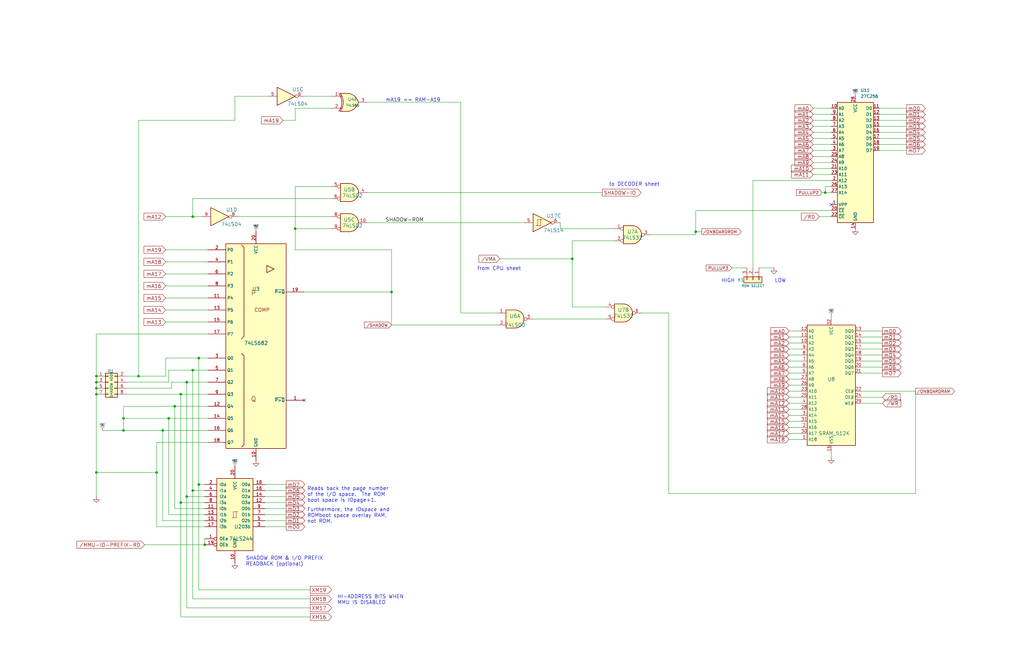
<source format=kicad_sch>
(kicad_sch (version 20250114) (generator "eeschema") (generator_version "9.0")
  (paper "B")
  (title_block (title "6502PC") (date "2025-10-05") (rev "001") (comment 1 "https://github.com/danwerner21/6502PC") (comment 2 "Based on work by Andrew Lynch and John Coffman"))
  (lib_symbols
    (symbol "74xx:74LS00" (pin_names (offset 1.016))
      (property "Reference" "U" (at 0 1.27 0))
      (property "Value" "74LS00" (at 0 -1.27 0))
      (symbol "74LS00_1_1"
        (pin input line (at -7.62 2.54 0) (length 3.81) (name "~") (number "1"))
        (pin input line (at -7.62 -2.54 0) (length 3.81) (name "~") (number "2"))
        (pin output inverted (at 7.62 0 180) (length 3.81) (name "~") (number "3"))
      )
      (symbol "74LS00_1_2"
        (pin input inverted (at -7.62 2.54 0) (length 4.318) (name "~") (number "1"))
        (pin input inverted (at -7.62 -2.54 0) (length 4.318) (name "~") (number "2"))
        (pin output line (at 7.62 0 180) (length 3.81) (name "~") (number "3"))
      )
      (symbol "74LS00_2_1"
        (pin input line (at -7.62 2.54 0) (length 3.81) (name "~") (number "4"))
        (pin input line (at -7.62 -2.54 0) (length 3.81) (name "~") (number "5"))
        (pin output inverted (at 7.62 0 180) (length 3.81) (name "~") (number "6"))
      )
      (symbol "74LS00_2_2"
        (pin input inverted (at -7.62 2.54 0) (length 4.318) (name "~") (number "4"))
        (pin input inverted (at -7.62 -2.54 0) (length 4.318) (name "~") (number "5"))
        (pin output line (at 7.62 0 180) (length 3.81) (name "~") (number "6"))
      )
      (symbol "74LS00_3_1"
        (pin input line (at -7.62 2.54 0) (length 3.81) (name "~") (number "9"))
        (pin input line (at -7.62 -2.54 0) (length 3.81) (name "~") (number "10"))
        (pin output inverted (at 7.62 0 180) (length 3.81) (name "~") (number "8"))
      )
      (symbol "74LS00_3_2"
        (pin input inverted (at -7.62 2.54 0) (length 4.318) (name "~") (number "9"))
        (pin input inverted (at -7.62 -2.54 0) (length 4.318) (name "~") (number "10"))
        (pin output line (at 7.62 0 180) (length 3.81) (name "~") (number "8"))
      )
      (symbol "74LS00_4_1"
        (pin input line (at -7.62 2.54 0) (length 3.81) (name "~") (number "12"))
        (pin input line (at -7.62 -2.54 0) (length 3.81) (name "~") (number "13"))
        (pin output inverted (at 7.62 0 180) (length 3.81) (name "~") (number "11"))
      )
      (symbol "74LS00_4_2"
        (pin input inverted (at -7.62 2.54 0) (length 4.318) (name "~") (number "12"))
        (pin input inverted (at -7.62 -2.54 0) (length 4.318) (name "~") (number "13"))
        (pin output line (at 7.62 0 180) (length 3.81) (name "~") (number "11"))
      )
      (symbol "74LS00_5_0"
        (pin power_in line (at 0 12.7 270) (length 5.08) (name "VCC") (number "14"))
        (pin power_in line (at 0 -12.7 90) (length 5.08) (name "GND") (number "7"))
      )
    )
    (symbol "74xx:74LS02" (pin_names (offset 1.016))
      (property "Reference" "U" (at 0 1.27 0))
      (property "Value" "74LS02" (at 0 -1.27 0))
      (symbol "74LS02_1_1"
        (pin input line (at -7.62 2.54 0) (length 4.318) (name "~") (number "2"))
        (pin input line (at -7.62 -2.54 0) (length 4.318) (name "~") (number "3"))
        (pin output inverted (at 7.62 0 180) (length 3.81) (name "~") (number "1"))
      )
      (symbol "74LS02_1_2"
        (pin input inverted (at -7.62 2.54 0) (length 3.81) (name "~") (number "2"))
        (pin input inverted (at -7.62 -2.54 0) (length 3.81) (name "~") (number "3"))
        (pin output line (at 7.62 0 180) (length 3.81) (name "~") (number "1"))
      )
      (symbol "74LS02_2_1"
        (pin input line (at -7.62 2.54 0) (length 4.318) (name "~") (number "5"))
        (pin input line (at -7.62 -2.54 0) (length 4.318) (name "~") (number "6"))
        (pin output inverted (at 7.62 0 180) (length 3.81) (name "~") (number "4"))
      )
      (symbol "74LS02_2_2"
        (pin input inverted (at -7.62 2.54 0) (length 3.81) (name "~") (number "5"))
        (pin input inverted (at -7.62 -2.54 0) (length 3.81) (name "~") (number "6"))
        (pin output line (at 7.62 0 180) (length 3.81) (name "~") (number "4"))
      )
      (symbol "74LS02_3_1"
        (pin input line (at -7.62 2.54 0) (length 4.318) (name "~") (number "8"))
        (pin input line (at -7.62 -2.54 0) (length 4.318) (name "~") (number "9"))
        (pin output inverted (at 7.62 0 180) (length 3.81) (name "~") (number "10"))
      )
      (symbol "74LS02_3_2"
        (pin input inverted (at -7.62 2.54 0) (length 3.81) (name "~") (number "8"))
        (pin input inverted (at -7.62 -2.54 0) (length 3.81) (name "~") (number "9"))
        (pin output line (at 7.62 0 180) (length 3.81) (name "~") (number "10"))
      )
      (symbol "74LS02_4_1"
        (pin input line (at -7.62 2.54 0) (length 4.318) (name "~") (number "11"))
        (pin input line (at -7.62 -2.54 0) (length 4.318) (name "~") (number "12"))
        (pin output inverted (at 7.62 0 180) (length 3.81) (name "~") (number "13"))
      )
      (symbol "74LS02_4_2"
        (pin input inverted (at -7.62 2.54 0) (length 3.81) (name "~") (number "11"))
        (pin input inverted (at -7.62 -2.54 0) (length 3.81) (name "~") (number "12"))
        (pin output line (at 7.62 0 180) (length 3.81) (name "~") (number "13"))
      )
      (symbol "74LS02_5_0"
        (pin power_in line (at 0 12.7 270) (length 5.08) (name "VCC") (number "14"))
        (pin power_in line (at 0 -12.7 90) (length 5.08) (name "GND") (number "7"))
      )
    )
    (symbol "74xx:74LS04"
      (property "Reference" "U" (at 0 1.27 0))
      (property "Value" "74LS04" (at 0 -1.27 0))
      (symbol "74LS04_1_0"
        (pin input line (at -7.62 0 0) (length 3.81) (name "~") (number "1"))
        (pin output inverted (at 7.62 0 180) (length 3.81) (name "~") (number "2"))
      )
      (symbol "74LS04_2_0"
        (pin input line (at -7.62 0 0) (length 3.81) (name "~") (number "3"))
        (pin output inverted (at 7.62 0 180) (length 3.81) (name "~") (number "4"))
      )
      (symbol "74LS04_3_0"
        (pin input line (at -7.62 0 0) (length 3.81) (name "~") (number "5"))
        (pin output inverted (at 7.62 0 180) (length 3.81) (name "~") (number "6"))
      )
      (symbol "74LS04_4_0"
        (pin input line (at -7.62 0 0) (length 3.81) (name "~") (number "9"))
        (pin output inverted (at 7.62 0 180) (length 3.81) (name "~") (number "8"))
      )
      (symbol "74LS04_5_0"
        (pin input line (at -7.62 0 0) (length 3.81) (name "~") (number "11"))
        (pin output inverted (at 7.62 0 180) (length 3.81) (name "~") (number "10"))
      )
      (symbol "74LS04_6_0"
        (pin input line (at -7.62 0 0) (length 3.81) (name "~") (number "13"))
        (pin output inverted (at 7.62 0 180) (length 3.81) (name "~") (number "12"))
      )
      (symbol "74LS04_7_0"
        (pin power_in line (at 0 12.7 270) (length 5.08) (name "VCC") (number "14"))
        (pin power_in line (at 0 -12.7 90) (length 5.08) (name "GND") (number "7"))
      )
    )
    (symbol "74xx:74LS14" (pin_names (offset 1.016))
      (property "Reference" "U" (at 0 1.27 0))
      (property "Value" "74LS14" (at 0 -1.27 0))
      (symbol "74LS14_1_0"
        (pin input line (at -7.62 0 0) (length 3.81) (name "~") (number "1"))
        (pin output inverted (at 7.62 0 180) (length 3.81) (name "~") (number "2"))
      )
      (symbol "74LS14_2_0"
        (pin input line (at -7.62 0 0) (length 3.81) (name "~") (number "3"))
        (pin output inverted (at 7.62 0 180) (length 3.81) (name "~") (number "4"))
      )
      (symbol "74LS14_3_0"
        (pin input line (at -7.62 0 0) (length 3.81) (name "~") (number "5"))
        (pin output inverted (at 7.62 0 180) (length 3.81) (name "~") (number "6"))
      )
      (symbol "74LS14_4_0"
        (pin input line (at -7.62 0 0) (length 3.81) (name "~") (number "9"))
        (pin output inverted (at 7.62 0 180) (length 3.81) (name "~") (number "8"))
      )
      (symbol "74LS14_5_0"
        (pin input line (at -7.62 0 0) (length 3.81) (name "~") (number "11"))
        (pin output inverted (at 7.62 0 180) (length 3.81) (name "~") (number "10"))
      )
      (symbol "74LS14_6_0"
        (pin input line (at -7.62 0 0) (length 3.81) (name "~") (number "13"))
        (pin output inverted (at 7.62 0 180) (length 3.81) (name "~") (number "12"))
      )
      (symbol "74LS14_7_0"
        (pin power_in line (at 0 12.7 270) (length 5.08) (name "VCC") (number "14"))
        (pin power_in line (at 0 -12.7 90) (length 5.08) (name "GND") (number "7"))
      )
    )
    (symbol "74xx:74LS244" (pin_names (offset 1.016))
      (property "Reference" "U" (at -7.62 16.51 0))
      (property "Value" "74LS244" (at -7.62 -16.51 0))
      (symbol "74LS244_1_0"
        (pin input line (at -12.7 12.7 0) (length 5.08) (name "I0a") (number "2"))
        (pin input line (at -12.7 10.16 0) (length 5.08) (name "I1a") (number "4"))
        (pin input line (at -12.7 7.62 0) (length 5.08) (name "I2a") (number "6"))
        (pin input line (at -12.7 5.08 0) (length 5.08) (name "I3a") (number "8"))
        (pin input line (at -12.7 2.54 0) (length 5.08) (name "I0b") (number "11"))
        (pin input line (at -12.7 0 0) (length 5.08) (name "I1b") (number "13"))
        (pin input line (at -12.7 -2.54 0) (length 5.08) (name "I2b") (number "15"))
        (pin input line (at -12.7 -5.08 0) (length 5.08) (name "I3b") (number "17"))
        (pin input inverted (at -12.7 -10.16 0) (length 5.08) (name "OEa") (number "1"))
        (pin input inverted (at -12.7 -12.7 0) (length 5.08) (name "OEb") (number "19"))
        (pin power_in line (at 0 20.32 270) (length 5.08) (name "VCC") (number "20"))
        (pin power_in line (at 0 -20.32 90) (length 5.08) (name "GND") (number "10"))
        (pin tri_state line (at 12.7 12.7 180) (length 5.08) (name "O0a") (number "18"))
        (pin tri_state line (at 12.7 10.16 180) (length 5.08) (name "O1a") (number "16"))
        (pin tri_state line (at 12.7 7.62 180) (length 5.08) (name "O2a") (number "14"))
        (pin tri_state line (at 12.7 5.08 180) (length 5.08) (name "O3a") (number "12"))
        (pin tri_state line (at 12.7 2.54 180) (length 5.08) (name "O0b") (number "9"))
        (pin tri_state line (at 12.7 0 180) (length 5.08) (name "O1b") (number "7"))
        (pin tri_state line (at 12.7 -2.54 180) (length 5.08) (name "O2b") (number "5"))
        (pin tri_state line (at 12.7 -5.08 180) (length 5.08) (name "O3b") (number "3"))
      )
    )
    (symbol "74xx:74LS32" (pin_names (offset 1.016))
      (property "Reference" "U" (at 0 1.27 0))
      (property "Value" "74LS32" (at 0 -1.27 0))
      (symbol "74LS32_1_1"
        (pin input line (at -7.62 2.54 0) (length 4.318) (name "~") (number "1"))
        (pin input line (at -7.62 -2.54 0) (length 4.318) (name "~") (number "2"))
        (pin output line (at 7.62 0 180) (length 3.81) (name "~") (number "3"))
      )
      (symbol "74LS32_1_2"
        (pin input inverted (at -7.62 2.54 0) (length 3.81) (name "~") (number "1"))
        (pin input inverted (at -7.62 -2.54 0) (length 3.81) (name "~") (number "2"))
        (pin output inverted (at 7.62 0 180) (length 3.81) (name "~") (number "3"))
      )
      (symbol "74LS32_2_1"
        (pin input line (at -7.62 2.54 0) (length 4.318) (name "~") (number "4"))
        (pin input line (at -7.62 -2.54 0) (length 4.318) (name "~") (number "5"))
        (pin output line (at 7.62 0 180) (length 3.81) (name "~") (number "6"))
      )
      (symbol "74LS32_2_2"
        (pin input inverted (at -7.62 2.54 0) (length 3.81) (name "~") (number "4"))
        (pin input inverted (at -7.62 -2.54 0) (length 3.81) (name "~") (number "5"))
        (pin output inverted (at 7.62 0 180) (length 3.81) (name "~") (number "6"))
      )
      (symbol "74LS32_3_1"
        (pin input line (at -7.62 2.54 0) (length 4.318) (name "~") (number "9"))
        (pin input line (at -7.62 -2.54 0) (length 4.318) (name "~") (number "10"))
        (pin output line (at 7.62 0 180) (length 3.81) (name "~") (number "8"))
      )
      (symbol "74LS32_3_2"
        (pin input inverted (at -7.62 2.54 0) (length 3.81) (name "~") (number "9"))
        (pin input inverted (at -7.62 -2.54 0) (length 3.81) (name "~") (number "10"))
        (pin output inverted (at 7.62 0 180) (length 3.81) (name "~") (number "8"))
      )
      (symbol "74LS32_4_1"
        (pin input line (at -7.62 2.54 0) (length 4.318) (name "~") (number "12"))
        (pin input line (at -7.62 -2.54 0) (length 4.318) (name "~") (number "13"))
        (pin output line (at 7.62 0 180) (length 3.81) (name "~") (number "11"))
      )
      (symbol "74LS32_4_2"
        (pin input inverted (at -7.62 2.54 0) (length 3.81) (name "~") (number "12"))
        (pin input inverted (at -7.62 -2.54 0) (length 3.81) (name "~") (number "13"))
        (pin output inverted (at 7.62 0 180) (length 3.81) (name "~") (number "11"))
      )
      (symbol "74LS32_5_0"
        (pin power_in line (at 0 12.7 270) (length 5.08) (name "VCC") (number "14"))
        (pin power_in line (at 0 -12.7 90) (length 5.08) (name "GND") (number "7"))
      )
    )
    (symbol "74xx:74LS86" (pin_names (offset 1.016))
      (property "Reference" "U" (at 0 1.27 0))
      (property "Value" "74LS86" (at 0 -1.27 0))
      (symbol "74LS86_1_0"
        (pin input line (at -7.62 2.54 0) (length 4.445) (name "~") (number "1"))
        (pin input line (at -7.62 -2.54 0) (length 4.445) (name "~") (number "2"))
        (pin output line (at 7.62 0 180) (length 3.81) (name "~") (number "3"))
      )
      (symbol "74LS86_2_0"
        (pin input line (at -7.62 2.54 0) (length 4.445) (name "~") (number "4"))
        (pin input line (at -7.62 -2.54 0) (length 4.445) (name "~") (number "5"))
        (pin output line (at 7.62 0 180) (length 3.81) (name "~") (number "6"))
      )
      (symbol "74LS86_3_0"
        (pin input line (at -7.62 2.54 0) (length 4.445) (name "~") (number "9"))
        (pin input line (at -7.62 -2.54 0) (length 4.445) (name "~") (number "10"))
        (pin output line (at 7.62 0 180) (length 3.81) (name "~") (number "8"))
      )
      (symbol "74LS86_4_0"
        (pin input line (at -7.62 2.54 0) (length 4.445) (name "~") (number "12"))
        (pin input line (at -7.62 -2.54 0) (length 4.445) (name "~") (number "13"))
        (pin output line (at 7.62 0 180) (length 3.81) (name "~") (number "11"))
      )
      (symbol "74LS86_5_0"
        (pin power_in line (at 0 12.7 270) (length 5.08) (name "VCC") (number "14"))
        (pin power_in line (at 0 -12.7 90) (length 5.08) (name "GND") (number "7"))
      )
    )
    (symbol "74xx_IEEE:74LS682"
      (property "Reference" "U" (at 15.24 45.72 0))
      (property "Value" "74LS682" (at 20.32 -45.72 0))
      (symbol "74LS682_0_0"
        (text "P" (at -1.016 22.352 0) (effects (font (size 2.032 2.032))))
        (text "Q" (at -1.016 -22.352 0) (effects (font (size 2.032 2.032))))
        (text "COMP" (at 2.54 15.24 0) (effects (font (size 1.524 1.524))))
      )
      (symbol "74LS682_0_1"
        (pin power_in line (at 0 -48.26 90) (length 5.08) (name "GND") (number "10"))
      )
      (symbol "74LS682_1_1"
        (pin input line (at -20.32 40.64 0) (length 7.62) (name "P0") (number "2"))
        (pin input line (at -20.32 35.56 0) (length 7.62) (name "P1") (number "4"))
        (pin input line (at -20.32 30.48 0) (length 7.62) (name "P2") (number "6"))
        (pin input line (at -20.32 25.4 0) (length 7.62) (name "P3") (number "8"))
        (pin input line (at -20.32 20.32 0) (length 7.62) (name "P4") (number "11"))
        (pin input line (at -20.32 15.24 0) (length 7.62) (name "P5") (number "13"))
        (pin input line (at -20.32 10.16 0) (length 7.62) (name "P6") (number "15"))
        (pin input line (at -20.32 5.08 0) (length 7.62) (name "P7") (number "17"))
        (pin input line (at -20.32 -5.08 0) (length 7.62) (name "Q0") (number "3"))
        (pin input line (at -20.32 -10.16 0) (length 7.62) (name "Q1") (number "5"))
        (pin input line (at -20.32 -15.24 0) (length 7.62) (name "Q2") (number "7"))
        (pin input line (at -20.32 -20.32 0) (length 7.62) (name "Q3") (number "9"))
        (pin input line (at -20.32 -25.4 0) (length 7.62) (name "Q4") (number "12"))
        (pin input line (at -20.32 -30.48 0) (length 7.62) (name "Q5") (number "14"))
        (pin input line (at -20.32 -35.56 0) (length 7.62) (name "Q6") (number "16"))
        (pin input line (at -20.32 -40.64 0) (length 7.62) (name "Q7") (number "18"))
        (pin power_in line (at 0 48.26 270) (length 5.08) (name "VCC") (number "20"))
        (pin output line (at 20.32 22.86 180) (length 7.62) (name "~{P=Q}") (number "19"))
        (pin output line (at 20.32 -22.86 180) (length 7.62) (name "~{P>Q}") (number "1"))
      )
    )
    (symbol "Connector_Generic:Conn_01x03" (pin_names (offset 1.016) (hide yes))
      (property "Reference" "J" (at 0 5.08 0))
      (property "Value" "Conn_01x03" (at 0 -5.08 0))
      (symbol "Conn_01x03_1_1"
        (pin passive line (at -5.08 2.54 0) (length 3.81) (name "Pin_1") (number "1"))
        (pin passive line (at -5.08 0 0) (length 3.81) (name "Pin_2") (number "2"))
        (pin passive line (at -5.08 -2.54 0) (length 3.81) (name "Pin_3") (number "3"))
      )
    )
    (symbol "Connector_Generic:Conn_02x04_Odd_Even" (pin_names (offset 1.016) (hide yes))
      (property "Reference" "J" (at 1.27 5.08 0))
      (property "Value" "Conn_02x04_Odd_Even" (at 1.27 -7.62 0))
      (symbol "Conn_02x04_Odd_Even_1_1"
        (pin passive line (at -5.08 2.54 0) (length 3.81) (name "Pin_1") (number "1"))
        (pin passive line (at -5.08 0 0) (length 3.81) (name "Pin_3") (number "3"))
        (pin passive line (at -5.08 -2.54 0) (length 3.81) (name "Pin_5") (number "5"))
        (pin passive line (at -5.08 -5.08 0) (length 3.81) (name "Pin_7") (number "7"))
        (pin passive line (at 7.62 2.54 180) (length 3.81) (name "Pin_2") (number "2"))
        (pin passive line (at 7.62 0 180) (length 3.81) (name "Pin_4") (number "4"))
        (pin passive line (at 7.62 -2.54 180) (length 3.81) (name "Pin_6") (number "6"))
        (pin passive line (at 7.62 -5.08 180) (length 3.81) (name "Pin_8") (number "8"))
      )
    )
    (symbol "Memory_EPROM:27C256"
      (property "Reference" "U" (at -7.62 26.67 0))
      (property "Value" "27C256" (at 2.54 -26.67 0))
      (symbol "27C256_1_1"
        (pin input line (at -10.16 22.86 0) (length 2.54) (name "A0") (number "10"))
        (pin input line (at -10.16 20.32 0) (length 2.54) (name "A1") (number "9"))
        (pin input line (at -10.16 17.78 0) (length 2.54) (name "A2") (number "8"))
        (pin input line (at -10.16 15.24 0) (length 2.54) (name "A3") (number "7"))
        (pin input line (at -10.16 12.7 0) (length 2.54) (name "A4") (number "6"))
        (pin input line (at -10.16 10.16 0) (length 2.54) (name "A5") (number "5"))
        (pin input line (at -10.16 7.62 0) (length 2.54) (name "A6") (number "4"))
        (pin input line (at -10.16 5.08 0) (length 2.54) (name "A7") (number "3"))
        (pin input line (at -10.16 2.54 0) (length 2.54) (name "A8") (number "25"))
        (pin input line (at -10.16 0 0) (length 2.54) (name "A9") (number "24"))
        (pin input line (at -10.16 -2.54 0) (length 2.54) (name "A10") (number "21"))
        (pin input line (at -10.16 -5.08 0) (length 2.54) (name "A11") (number "23"))
        (pin input line (at -10.16 -7.62 0) (length 2.54) (name "A12") (number "2"))
        (pin input line (at -10.16 -10.16 0) (length 2.54) (name "A13") (number "26"))
        (pin input line (at -10.16 -12.7 0) (length 2.54) (name "A14") (number "27"))
        (pin input line (at -10.16 -17.78 0) (length 2.54) (name "VPP") (number "1"))
        (pin input line (at -10.16 -20.32 0) (length 2.54) (name "~{CE}") (number "20"))
        (pin input line (at -10.16 -22.86 0) (length 2.54) (name "~{OE}") (number "22"))
        (pin power_in line (at 0 27.94 270) (length 2.54) (name "VCC") (number "28"))
        (pin power_in line (at 0 -27.94 90) (length 2.54) (name "GND") (number "14"))
        (pin tri_state line (at 10.16 22.86 180) (length 2.54) (name "D0") (number "11"))
        (pin tri_state line (at 10.16 20.32 180) (length 2.54) (name "D1") (number "12"))
        (pin tri_state line (at 10.16 17.78 180) (length 2.54) (name "D2") (number "13"))
        (pin tri_state line (at 10.16 15.24 180) (length 2.54) (name "D3") (number "15"))
        (pin tri_state line (at 10.16 12.7 180) (length 2.54) (name "D4") (number "16"))
        (pin tri_state line (at 10.16 10.16 180) (length 2.54) (name "D5") (number "17"))
        (pin tri_state line (at 10.16 7.62 180) (length 2.54) (name "D6") (number "18"))
        (pin tri_state line (at 10.16 5.08 180) (length 2.54) (name "D7") (number "19"))
      )
    )
    (symbol "Memory_RAM:AS6C4008-55PCN"
      (property "Reference" "U" (at -10.16 26.035 0))
      (property "Value" "AS6C4008-55PCN" (at 2.54 26.035 0))
      (symbol "AS6C4008-55PCN_0_0"
        (pin power_in line (at 0 27.94 270) (length 2.54) (name "VCC") (number "32"))
        (pin power_in line (at 0 -27.94 90) (length 2.54) (name "VSS") (number "16"))
      )
      (symbol "AS6C4008-55PCN_1_1"
        (pin input line (at -12.7 22.86 0) (length 2.54) (name "A0") (number "12"))
        (pin input line (at -12.7 20.32 0) (length 2.54) (name "A1") (number "11"))
        (pin input line (at -12.7 17.78 0) (length 2.54) (name "A2") (number "10"))
        (pin input line (at -12.7 15.24 0) (length 2.54) (name "A3") (number "9"))
        (pin input line (at -12.7 12.7 0) (length 2.54) (name "A4") (number "8"))
        (pin input line (at -12.7 10.16 0) (length 2.54) (name "A5") (number "7"))
        (pin input line (at -12.7 7.62 0) (length 2.54) (name "A6") (number "6"))
        (pin input line (at -12.7 5.08 0) (length 2.54) (name "A7") (number "5"))
        (pin input line (at -12.7 2.54 0) (length 2.54) (name "A8") (number "27"))
        (pin input line (at -12.7 0 0) (length 2.54) (name "A9") (number "26"))
        (pin input line (at -12.7 -2.54 0) (length 2.54) (name "A10") (number "23"))
        (pin input line (at -12.7 -5.08 0) (length 2.54) (name "A11") (number "25"))
        (pin input line (at -12.7 -7.62 0) (length 2.54) (name "A12") (number "4"))
        (pin input line (at -12.7 -10.16 0) (length 2.54) (name "A13") (number "28"))
        (pin input line (at -12.7 -12.7 0) (length 2.54) (name "A14") (number "3"))
        (pin input line (at -12.7 -15.24 0) (length 2.54) (name "A15") (number "31"))
        (pin input line (at -12.7 -17.78 0) (length 2.54) (name "A16") (number "2"))
        (pin input line (at -12.7 -20.32 0) (length 2.54) (name "A17") (number "30"))
        (pin input line (at -12.7 -22.86 0) (length 2.54) (name "A18") (number "1"))
        (pin tri_state line (at 12.7 22.86 180) (length 2.54) (name "DQ0") (number "13"))
        (pin tri_state line (at 12.7 20.32 180) (length 2.54) (name "DQ1") (number "14"))
        (pin tri_state line (at 12.7 17.78 180) (length 2.54) (name "DQ2") (number "15"))
        (pin tri_state line (at 12.7 15.24 180) (length 2.54) (name "DQ3") (number "17"))
        (pin tri_state line (at 12.7 12.7 180) (length 2.54) (name "DQ4") (number "18"))
        (pin tri_state line (at 12.7 10.16 180) (length 2.54) (name "DQ5") (number "19"))
        (pin tri_state line (at 12.7 7.62 180) (length 2.54) (name "DQ6") (number "20"))
        (pin tri_state line (at 12.7 5.08 180) (length 2.54) (name "DQ7") (number "21"))
        (pin input line (at 12.7 -2.54 180) (length 2.54) (name "CE#") (number "22"))
        (pin input line (at 12.7 -5.08 180) (length 2.54) (name "OE#") (number "24"))
        (pin input line (at 12.7 -7.62 180) (length 2.54) (name "WE#") (number "29"))
      )
    )
    (symbol "power:GND" (power) (pin_numbers (hide yes)) (pin_names (offset 0) (hide yes))
      (property "Value" "GND" (at 0 -3.81 0))
      (symbol "GND_1_1"
        (pin power_in line (at 0 0 270) (length 0) (name "~") (number "1"))
      )
    )
    (symbol "power:VCC" (power) (pin_numbers (hide yes)) (pin_names (offset 0) (hide yes))
      (property "Value" "VCC" (at 0 3.556 0))
      (symbol "VCC_1_1"
        (pin power_in line (at 0 0 90) (length 0) (name "~") (number "1"))
      )
    )
  )
  (text "mA19 == RAM-A19" (at 162.56 43.18 0) (effects (font (size 1.524 1.524)) (justify left bottom)))
  (text "SHADOW ROM & I/O PREFIX\nREADBACK (optional)" (at 103.632 239.014 0) (effects (font (size 1.524 1.524)) (justify left bottom)))
  (text "Reads back the page number\nof the I/O space.  The ROM\nboot space is IOpage+1." (at 129.54 212.09 0) (effects (font (size 1.524 1.524)) (justify left bottom)))
  (text "HIGH" (at 309.88 119.38 0) (effects (font (size 1.524 1.524)) (justify right bottom)))
  (text "Furthermore, the IOspace and \nROMboot space overlay RAM,\nnot ROM." (at 129.54 220.98 0) (effects (font (size 1.524 1.524)) (justify left bottom)))
  (text "from CPU sheet" (at 219.71 114.3 0) (effects (font (size 1.524 1.524)) (justify right bottom)))
  (text "HI-ADDRESS BITS WHEN\nMMU IS DISABLED" (at 142.24 255.27 0) (effects (font (size 1.524 1.524)) (justify left bottom)))
  (text "LOW" (at 331.47 119.38 0) (effects (font (size 1.524 1.524)) (justify right bottom)))
  (text "to DECODER sheet" (at 278.13 78.74 0) (effects (font (size 1.524 1.524)) (justify right bottom)))
  (junction (at 78.74 161.29))
  (junction (at 124.46 96.52))
  (junction (at 76.2 166.37))
  (junction (at 68.58 181.61))
  (junction (at 52.07 181.61))
  (junction (at 81.28 156.21))
  (junction (at 71.12 176.53))
  (junction (at 73.66 171.45))
  (junction (at 81.28 207.01))
  (junction (at 40.64 161.29))
  (junction (at 347.98 81.28))
  (junction (at 40.64 158.75))
  (junction (at 165.1 123.19))
  (junction (at 86.36 229.87))
  (junction (at 78.74 209.55))
  (junction (at 40.64 166.37))
  (junction (at 293.37 97.79))
  (junction (at 76.2 212.09))
  (junction (at 83.82 151.13))
  (junction (at 83.82 204.47))
  (junction (at 40.64 199.39))
  (junction (at 40.64 163.83))
  (junction (at 52.07 176.53))
  (junction (at 81.28 91.44))
  (junction (at 66.04 199.39))
  (junction (at 241.3 109.22))
  (junction (at 58.42 158.75))
  (no_connect (at 128.27 168.91))
  (no_connect (at 350.52 86.36))
  (wire (pts (xy 154.94 93.98) (xy 220.98 93.98)))
  (wire (pts (xy 347.98 81.28) (xy 347.98 78.74)))
  (wire (pts (xy 337.82 154.94) (xy 332.74 154.94)))
  (wire (pts (xy 337.82 139.7) (xy 332.74 139.7)))
  (wire (pts (xy 128.27 40.64) (xy 139.7 40.64)))
  (wire (pts (xy 337.82 170.18) (xy 332.74 170.18)))
  (wire (pts (xy 337.82 167.64) (xy 332.74 167.64)))
  (wire (pts (xy 111.76 207.01) (xy 120.65 207.01)))
  (wire (pts (xy 342.9 73.66) (xy 350.52 73.66)))
  (wire (pts (xy 81.28 83.82) (xy 139.7 83.82)))
  (wire (pts (xy 293.37 97.79) (xy 293.37 99.06)))
  (wire (pts (xy 83.82 151.13) (xy 83.82 204.47)))
  (wire (pts (xy 130.81 260.35) (xy 76.2 260.35)))
  (wire (pts (xy 111.76 217.17) (xy 120.65 217.17)))
  (wire (pts (xy 370.84 55.88) (xy 382.27 55.88)))
  (wire (pts (xy 337.82 160.02) (xy 332.74 160.02)))
  (wire (pts (xy 124.46 105.41) (xy 165.1 105.41)))
  (wire (pts (xy 78.74 209.55) (xy 78.74 256.54)))
  (wire (pts (xy 370.84 45.72) (xy 382.27 45.72)))
  (wire (pts (xy 342.9 60.96) (xy 350.52 60.96)))
  (wire (pts (xy 194.31 132.08) (xy 209.55 132.08)))
  (wire (pts (xy 347.98 81.28) (xy 350.52 81.28)))
  (wire (pts (xy 386.08 165.1) (xy 386.08 208.28)))
  (wire (pts (xy 66.04 199.39) (xy 66.04 222.25)))
  (wire (pts (xy 58.42 50.8) (xy 58.42 158.75)))
  (wire (pts (xy 363.22 149.86) (xy 372.11 149.86)))
  (wire (pts (xy 346.71 81.28) (xy 347.98 81.28)))
  (wire (pts (xy 111.76 219.71) (xy 120.65 219.71)))
  (wire (pts (xy 81.28 156.21) (xy 87.63 156.21)))
  (wire (pts (xy 293.37 97.79) (xy 295.91 97.79)))
  (wire (pts (xy 130.81 252.73) (xy 81.28 252.73)))
  (wire (pts (xy 86.36 229.87) (xy 60.96 229.87)))
  (wire (pts (xy 342.9 48.26) (xy 350.52 48.26)))
  (wire (pts (xy 73.66 214.63) (xy 86.36 214.63)))
  (wire (pts (xy 342.9 71.12) (xy 350.52 71.12)))
  (wire (pts (xy 363.22 157.48) (xy 372.11 157.48)))
  (wire (pts (xy 386.08 208.28) (xy 281.94 208.28)))
  (wire (pts (xy 124.46 96.52) (xy 139.7 96.52)))
  (wire (pts (xy 99.06 40.64) (xy 113.03 40.64)))
  (wire (pts (xy 370.84 63.5) (xy 382.27 63.5)))
  (wire (pts (xy 68.58 181.61) (xy 87.63 181.61)))
  (wire (pts (xy 224.79 134.62) (xy 255.27 134.62)))
  (wire (pts (xy 81.28 156.21) (xy 81.28 207.01)))
  (wire (pts (xy 154.94 81.28) (xy 254 81.28)))
  (wire (pts (xy 73.66 171.45) (xy 52.07 171.45)))
  (wire (pts (xy 363.22 152.4) (xy 372.11 152.4)))
  (wire (pts (xy 363.22 167.64) (xy 372.11 167.64)))
  (wire (pts (xy 337.82 177.8) (xy 332.74 177.8)))
  (wire (pts (xy 342.9 66.04) (xy 350.52 66.04)))
  (wire (pts (xy 72.39 161.29) (xy 78.74 161.29)))
  (wire (pts (xy 337.82 147.32) (xy 332.74 147.32)))
  (wire (pts (xy 194.31 43.18) (xy 194.31 132.08)))
  (wire (pts (xy 40.64 161.29) (xy 40.64 163.83)))
  (wire (pts (xy 81.28 207.01) (xy 86.36 207.01)))
  (wire (pts (xy 337.82 165.1) (xy 332.74 165.1)))
  (wire (pts (xy 124.46 78.74) (xy 139.7 78.74)))
  (wire (pts (xy 76.2 166.37) (xy 87.63 166.37)))
  (wire (pts (xy 69.85 130.81) (xy 87.63 130.81)))
  (wire (pts (xy 83.82 204.47) (xy 86.36 204.47)))
  (wire (pts (xy 370.84 50.8) (xy 382.27 50.8)))
  (wire (pts (xy 350.52 91.44) (xy 345.44 91.44)))
  (wire (pts (xy 317.5 76.2) (xy 317.5 113.03)))
  (wire (pts (xy 165.1 137.16) (xy 209.55 137.16)))
  (wire (pts (xy 350.52 76.2) (xy 317.5 76.2)))
  (wire (pts (xy 337.82 152.4) (xy 332.74 152.4)))
  (wire (pts (xy 281.94 132.08) (xy 281.94 208.28)))
  (wire (pts (xy 69.85 115.57) (xy 87.63 115.57)))
  (wire (pts (xy 83.82 204.47) (xy 83.82 248.92)))
  (wire (pts (xy 111.76 209.55) (xy 120.65 209.55)))
  (wire (pts (xy 363.22 144.78) (xy 372.11 144.78)))
  (wire (pts (xy 100.33 91.44) (xy 139.7 91.44)))
  (wire (pts (xy 337.82 149.86) (xy 332.74 149.86)))
  (wire (pts (xy 370.84 53.34) (xy 382.27 53.34)))
  (wire (pts (xy 337.82 157.48) (xy 332.74 157.48)))
  (wire (pts (xy 69.85 105.41) (xy 87.63 105.41)))
  (wire (pts (xy 241.3 109.22) (xy 241.3 101.6)))
  (wire (pts (xy 69.85 125.73) (xy 87.63 125.73)))
  (wire (pts (xy 350.52 190.5) (xy 350.52 193.04)))
  (wire (pts (xy 40.64 140.97) (xy 87.63 140.97)))
  (wire (pts (xy 241.3 129.54) (xy 241.3 109.22)))
  (wire (pts (xy 71.12 161.29) (xy 71.12 156.21)))
  (wire (pts (xy 363.22 139.7) (xy 372.11 139.7)))
  (wire (pts (xy 347.98 78.74) (xy 350.52 78.74)))
  (wire (pts (xy 40.64 140.97) (xy 40.64 158.75)))
  (wire (pts (xy 128.27 123.19) (xy 165.1 123.19)))
  (wire (pts (xy 69.85 158.75) (xy 69.85 151.13)))
  (wire (pts (xy 68.58 181.61) (xy 68.58 219.71)))
  (wire (pts (xy 337.82 162.56) (xy 332.74 162.56)))
  (wire (pts (xy 69.85 110.49) (xy 87.63 110.49)))
  (wire (pts (xy 342.9 55.88) (xy 350.52 55.88)))
  (wire (pts (xy 241.3 129.54) (xy 255.27 129.54)))
  (wire (pts (xy 370.84 58.42) (xy 382.27 58.42)))
  (wire (pts (xy 124.46 45.72) (xy 124.46 50.8)))
  (wire (pts (xy 293.37 88.9) (xy 293.37 97.79)))
  (wire (pts (xy 363.22 154.94) (xy 372.11 154.94)))
  (wire (pts (xy 342.9 63.5) (xy 350.52 63.5)))
  (wire (pts (xy 53.34 158.75) (xy 58.42 158.75)))
  (wire (pts (xy 73.66 171.45) (xy 87.63 171.45)))
  (wire (pts (xy 81.28 207.01) (xy 81.28 252.73)))
  (wire (pts (xy 320.04 113.03) (xy 326.39 113.03)))
  (wire (pts (xy 69.85 151.13) (xy 83.82 151.13)))
  (wire (pts (xy 363.22 147.32) (xy 372.11 147.32)))
  (wire (pts (xy 363.22 142.24) (xy 372.11 142.24)))
  (wire (pts (xy 337.82 180.34) (xy 332.74 180.34)))
  (wire (pts (xy 111.76 212.09) (xy 120.65 212.09)))
  (wire (pts (xy 370.84 60.96) (xy 382.27 60.96)))
  (wire (pts (xy 363.22 170.18) (xy 372.11 170.18)))
  (wire (pts (xy 154.94 43.18) (xy 194.31 43.18)))
  (wire (pts (xy 78.74 209.55) (xy 86.36 209.55)))
  (wire (pts (xy 52.07 176.53) (xy 52.07 181.61)))
  (wire (pts (xy 81.28 83.82) (xy 81.28 91.44)))
  (wire (pts (xy 52.07 181.61) (xy 68.58 181.61)))
  (wire (pts (xy 40.64 199.39) (xy 40.64 209.55)))
  (wire (pts (xy 124.46 96.52) (xy 124.46 78.74)))
  (wire (pts (xy 111.76 222.25) (xy 120.65 222.25)))
  (wire (pts (xy 66.04 186.69) (xy 87.63 186.69)))
  (wire (pts (xy 342.9 53.34) (xy 350.52 53.34)))
  (wire (pts (xy 40.64 166.37) (xy 40.64 199.39)))
  (wire (pts (xy 76.2 212.09) (xy 86.36 212.09)))
  (wire (pts (xy 71.12 176.53) (xy 52.07 176.53)))
  (wire (pts (xy 76.2 166.37) (xy 76.2 212.09)))
  (wire (pts (xy 337.82 175.26) (xy 332.74 175.26)))
  (wire (pts (xy 69.85 120.65) (xy 87.63 120.65)))
  (wire (pts (xy 337.82 182.88) (xy 332.74 182.88)))
  (wire (pts (xy 71.12 217.17) (xy 86.36 217.17)))
  (wire (pts (xy 165.1 123.19) (xy 165.1 137.16)))
  (wire (pts (xy 78.74 161.29) (xy 78.74 209.55)))
  (wire (pts (xy 73.66 171.45) (xy 73.66 214.63)))
  (wire (pts (xy 293.37 88.9) (xy 350.52 88.9)))
  (wire (pts (xy 43.18 181.61) (xy 52.07 181.61)))
  (wire (pts (xy 124.46 105.41) (xy 124.46 96.52)))
  (wire (pts (xy 83.82 248.92) (xy 130.81 248.92)))
  (wire (pts (xy 363.22 165.1) (xy 386.08 165.1)))
  (wire (pts (xy 337.82 185.42) (xy 332.74 185.42)))
  (wire (pts (xy 342.9 68.58) (xy 350.52 68.58)))
  (wire (pts (xy 69.85 91.44) (xy 81.28 91.44)))
  (wire (pts (xy 111.76 214.63) (xy 120.65 214.63)))
  (wire (pts (xy 71.12 176.53) (xy 87.63 176.53)))
  (wire (pts (xy 71.12 176.53) (xy 71.12 217.17)))
  (wire (pts (xy 370.84 48.26) (xy 382.27 48.26)))
  (wire (pts (xy 83.82 151.13) (xy 87.63 151.13)))
  (wire (pts (xy 337.82 144.78) (xy 332.74 144.78)))
  (wire (pts (xy 236.22 93.98) (xy 236.22 96.52)))
  (wire (pts (xy 165.1 105.41) (xy 165.1 123.19)))
  (wire (pts (xy 40.64 163.83) (xy 40.64 166.37)))
  (wire (pts (xy 53.34 163.83) (xy 72.39 163.83)))
  (wire (pts (xy 342.9 58.42) (xy 350.52 58.42)))
  (wire (pts (xy 119.38 50.8) (xy 124.46 50.8)))
  (wire (pts (xy 274.32 99.06) (xy 293.37 99.06)))
  (wire (pts (xy 337.82 142.24) (xy 332.74 142.24)))
  (wire (pts (xy 342.9 45.72) (xy 350.52 45.72)))
  (wire (pts (xy 69.85 135.89) (xy 87.63 135.89)))
  (wire (pts (xy 66.04 222.25) (xy 86.36 222.25)))
  (wire (pts (xy 66.04 199.39) (xy 40.64 199.39)))
  (wire (pts (xy 236.22 96.52) (xy 259.08 96.52)))
  (wire (pts (xy 342.9 50.8) (xy 350.52 50.8)))
  (wire (pts (xy 71.12 156.21) (xy 81.28 156.21)))
  (wire (pts (xy 66.04 186.69) (xy 66.04 199.39)))
  (wire (pts (xy 270.51 132.08) (xy 281.94 132.08)))
  (wire (pts (xy 241.3 101.6) (xy 259.08 101.6)))
  (wire (pts (xy 337.82 172.72) (xy 332.74 172.72)))
  (wire (pts (xy 76.2 212.09) (xy 76.2 260.35)))
  (wire (pts (xy 53.34 166.37) (xy 76.2 166.37)))
  (wire (pts (xy 111.76 204.47) (xy 120.65 204.47)))
  (wire (pts (xy 350.52 133.35) (xy 350.52 134.62)))
  (wire (pts (xy 52.07 171.45) (xy 52.07 176.53)))
  (wire (pts (xy 124.46 45.72) (xy 139.7 45.72)))
  (wire (pts (xy 314.96 113.03) (xy 308.61 113.03)))
  (wire (pts (xy 68.58 219.71) (xy 86.36 219.71)))
  (wire (pts (xy 210.82 109.22) (xy 241.3 109.22)))
  (wire (pts (xy 53.34 161.29) (xy 71.12 161.29)))
  (wire (pts (xy 58.42 158.75) (xy 69.85 158.75)))
  (wire (pts (xy 40.64 158.75) (xy 40.64 161.29)))
  (wire (pts (xy 58.42 50.8) (xy 99.06 50.8)))
  (wire (pts (xy 99.06 50.8) (xy 99.06 40.64)))
  (wire (pts (xy 72.39 163.83) (xy 72.39 161.29)))
  (wire (pts (xy 78.74 256.54) (xy 130.81 256.54)))
  (wire (pts (xy 86.36 227.33) (xy 86.36 229.87)))
  (wire (pts (xy 78.74 161.29) (xy 87.63 161.29)))
  (wire (pts (xy 81.28 91.44) (xy 85.09 91.44)))
  (label "SHADOW-ROM" (at 162.56 93.98 0) (effects (font (size 1.524 1.524))))
  (global_label "mD2" (shape output) (at 382.27 50.8 0) (effects (font (size 1.524 1.524))) (property "Intersheetrefs" "${INTERSHEET_REFS}" (effects (hide yes))))
  (global_label "mD2" (shape output) (at 120.65 217.17 0) (effects (font (size 1.524 1.524))) (property "Intersheetrefs" "${INTERSHEET_REFS}" (effects (hide yes))))
  (global_label "mA5" (shape input) (at 332.74 152.4 180) (effects (font (size 1.524 1.524))) (property "Intersheetrefs" "${INTERSHEET_REFS}" (effects (hide yes))))
  (global_label "mD4" (shape output) (at 382.27 55.88 0) (effects (font (size 1.524 1.524))) (property "Intersheetrefs" "${INTERSHEET_REFS}" (effects (hide yes))))
  (global_label "mA18" (shape input) (at 69.85 110.49 180) (effects (font (size 1.524 1.524))) (property "Intersheetrefs" "${INTERSHEET_REFS}" (effects (hide yes))))
  (global_label "mD0" (shape output) (at 382.27 45.72 0) (effects (font (size 1.524 1.524))) (property "Intersheetrefs" "${INTERSHEET_REFS}" (effects (hide yes))))
  (global_label "mA19" (shape input) (at 119.38 50.8 180) (effects (font (size 1.524 1.524))) (property "Intersheetrefs" "${INTERSHEET_REFS}" (effects (hide yes))))
  (global_label "SHADOW-IO" (shape output) (at 254 81.28 0) (effects (font (size 1.524 1.524))) (property "Intersheetrefs" "${INTERSHEET_REFS}" (effects (hide yes))))
  (global_label "mD5" (shape output) (at 120.65 209.55 0) (effects (font (size 1.524 1.524))) (property "Intersheetrefs" "${INTERSHEET_REFS}" (effects (hide yes))))
  (global_label "mA6" (shape input) (at 342.9 60.96 180) (effects (font (size 1.524 1.524))) (property "Intersheetrefs" "${INTERSHEET_REFS}" (effects (hide yes))))
  (global_label "mA16" (shape input) (at 69.85 120.65 180) (effects (font (size 1.524 1.524))) (property "Intersheetrefs" "${INTERSHEET_REFS}" (effects (hide yes))))
  (global_label "mA8" (shape input) (at 342.9 66.04 180) (effects (font (size 1.524 1.524))) (property "Intersheetrefs" "${INTERSHEET_REFS}" (effects (hide yes))))
  (global_label "mA17" (shape input) (at 332.74 182.88 180) (effects (font (size 1.524 1.524))) (property "Intersheetrefs" "${INTERSHEET_REFS}" (effects (hide yes))))
  (global_label "mD0" (shape output) (at 120.65 222.25 0) (effects (font (size 1.524 1.524))) (property "Intersheetrefs" "${INTERSHEET_REFS}" (effects (hide yes))))
  (global_label "mA4" (shape input) (at 342.9 55.88 180) (effects (font (size 1.524 1.524))) (property "Intersheetrefs" "${INTERSHEET_REFS}" (effects (hide yes))))
  (global_label "mA17" (shape input) (at 69.85 115.57 180) (effects (font (size 1.524 1.524))) (property "Intersheetrefs" "${INTERSHEET_REFS}" (effects (hide yes))))
  (global_label "mA13" (shape input) (at 69.85 135.89 180) (effects (font (size 1.524 1.524))) (property "Intersheetrefs" "${INTERSHEET_REFS}" (effects (hide yes))))
  (global_label "XM18" (shape output) (at 130.81 252.73 0) (effects (font (size 1.524 1.524))) (property "Intersheetrefs" "${INTERSHEET_REFS}" (effects (hide yes))))
  (global_label "mA11" (shape input) (at 342.9 73.66 180) (effects (font (size 1.524 1.524))) (property "Intersheetrefs" "${INTERSHEET_REFS}" (effects (hide yes))))
  (global_label "mD1" (shape output) (at 120.65 219.71 0) (effects (font (size 1.524 1.524))) (property "Intersheetrefs" "${INTERSHEET_REFS}" (effects (hide yes))))
  (global_label "/WR" (shape input) (at 372.11 170.18 0) (effects (font (size 1.524 1.524))) (property "Intersheetrefs" "${INTERSHEET_REFS}" (effects (hide yes))))
  (global_label "mA13" (shape input) (at 332.74 172.72 180) (effects (font (size 1.524 1.524))) (property "Intersheetrefs" "${INTERSHEET_REFS}" (effects (hide yes))))
  (global_label "mD1" (shape output) (at 382.27 48.26 0) (effects (font (size 1.524 1.524))) (property "Intersheetrefs" "${INTERSHEET_REFS}" (effects (hide yes))))
  (global_label "mA12" (shape input) (at 69.85 91.44 180) (effects (font (size 1.524 1.524))) (property "Intersheetrefs" "${INTERSHEET_REFS}" (effects (hide yes))))
  (global_label "mD5" (shape output) (at 382.27 58.42 0) (effects (font (size 1.524 1.524))) (property "Intersheetrefs" "${INTERSHEET_REFS}" (effects (hide yes))))
  (global_label "mA2" (shape input) (at 332.74 144.78 180) (effects (font (size 1.524 1.524))) (property "Intersheetrefs" "${INTERSHEET_REFS}" (effects (hide yes))))
  (global_label "mA0" (shape input) (at 342.9 45.72 180) (effects (font (size 1.524 1.524))) (property "Intersheetrefs" "${INTERSHEET_REFS}" (effects (hide yes))))
  (global_label "mA15" (shape input) (at 332.74 177.8 180) (effects (font (size 1.524 1.524))) (property "Intersheetrefs" "${INTERSHEET_REFS}" (effects (hide yes))))
  (global_label "{slash}ONBOARDROM" (shape output) (at 295.91 97.79 0) (property "Intersheetrefs" "${INTERSHEET_REFS}" (effects (hide yes))))
  (global_label "{slash}SHADOW" (shape input) (at 165.1 137.16 180) (property "Intersheetrefs" "${INTERSHEET_REFS}" (effects (hide yes))))
  (global_label "mA16" (shape input) (at 332.74 180.34 180) (effects (font (size 1.524 1.524))) (property "Intersheetrefs" "${INTERSHEET_REFS}" (effects (hide yes))))
  (global_label "mD0" (shape output) (at 372.11 139.7 0) (effects (font (size 1.524 1.524))) (property "Intersheetrefs" "${INTERSHEET_REFS}" (effects (hide yes))))
  (global_label "mA4" (shape input) (at 332.74 149.86 180) (effects (font (size 1.524 1.524))) (property "Intersheetrefs" "${INTERSHEET_REFS}" (effects (hide yes))))
  (global_label "mA12" (shape input) (at 332.74 170.18 180) (effects (font (size 1.524 1.524))) (property "Intersheetrefs" "${INTERSHEET_REFS}" (effects (hide yes))))
  (global_label "mD3" (shape output) (at 372.11 147.32 0) (effects (font (size 1.524 1.524))) (property "Intersheetrefs" "${INTERSHEET_REFS}" (effects (hide yes))))
  (global_label "mD3" (shape output) (at 382.27 53.34 0) (effects (font (size 1.524 1.524))) (property "Intersheetrefs" "${INTERSHEET_REFS}" (effects (hide yes))))
  (global_label "mA15" (shape input) (at 69.85 125.73 180) (effects (font (size 1.524 1.524))) (property "Intersheetrefs" "${INTERSHEET_REFS}" (effects (hide yes))))
  (global_label "mA9" (shape input) (at 332.74 162.56 180) (effects (font (size 1.524 1.524))) (property "Intersheetrefs" "${INTERSHEET_REFS}" (effects (hide yes))))
  (global_label "/VMA" (shape input) (at 210.82 109.22 180) (effects (font (size 1.524 1.524))) (property "Intersheetrefs" "${INTERSHEET_REFS}" (effects (hide yes))))
  (global_label "/RD" (shape input) (at 372.11 167.64 0) (effects (font (size 1.524 1.524))) (property "Intersheetrefs" "${INTERSHEET_REFS}" (effects (hide yes))))
  (global_label "mA3" (shape input) (at 332.74 147.32 180) (effects (font (size 1.524 1.524))) (property "Intersheetrefs" "${INTERSHEET_REFS}" (effects (hide yes))))
  (global_label "mA9" (shape input) (at 342.9 68.58 180) (effects (font (size 1.524 1.524))) (property "Intersheetrefs" "${INTERSHEET_REFS}" (effects (hide yes))))
  (global_label "XM16" (shape output) (at 130.81 260.35 0) (effects (font (size 1.524 1.524))) (property "Intersheetrefs" "${INTERSHEET_REFS}" (effects (hide yes))))
  (global_label "mD5" (shape output) (at 372.11 152.4 0) (effects (font (size 1.524 1.524))) (property "Intersheetrefs" "${INTERSHEET_REFS}" (effects (hide yes))))
  (global_label "mA6" (shape input) (at 332.74 154.94 180) (effects (font (size 1.524 1.524))) (property "Intersheetrefs" "${INTERSHEET_REFS}" (effects (hide yes))))
  (global_label "PULLUP3" (shape input) (at 308.61 113.03 180) (property "Intersheetrefs" "${INTERSHEET_REFS}" (effects (hide yes))))
  (global_label "mA0" (shape input) (at 332.74 139.7 180) (effects (font (size 1.524 1.524))) (property "Intersheetrefs" "${INTERSHEET_REFS}" (effects (hide yes))))
  (global_label "mA10" (shape input) (at 332.74 165.1 180) (effects (font (size 1.524 1.524))) (property "Intersheetrefs" "${INTERSHEET_REFS}" (effects (hide yes))))
  (global_label "mD4" (shape output) (at 372.11 149.86 0) (effects (font (size 1.524 1.524))) (property "Intersheetrefs" "${INTERSHEET_REFS}" (effects (hide yes))))
  (global_label "mD3" (shape output) (at 120.65 214.63 0) (effects (font (size 1.524 1.524))) (property "Intersheetrefs" "${INTERSHEET_REFS}" (effects (hide yes))))
  (global_label "mD7" (shape output) (at 382.27 63.5 0) (effects (font (size 1.524 1.524))) (property "Intersheetrefs" "${INTERSHEET_REFS}" (effects (hide yes))))
  (global_label "mD2" (shape output) (at 372.11 144.78 0) (effects (font (size 1.524 1.524))) (property "Intersheetrefs" "${INTERSHEET_REFS}" (effects (hide yes))))
  (global_label "/RD" (shape input) (at 345.44 91.44 180) (effects (font (size 1.524 1.524))) (property "Intersheetrefs" "${INTERSHEET_REFS}" (effects (hide yes))))
  (global_label "mD6" (shape output) (at 382.27 60.96 0) (effects (font (size 1.524 1.524))) (property "Intersheetrefs" "${INTERSHEET_REFS}" (effects (hide yes))))
  (global_label "mA1" (shape input) (at 332.74 142.24 180) (effects (font (size 1.524 1.524))) (property "Intersheetrefs" "${INTERSHEET_REFS}" (effects (hide yes))))
  (global_label "mA3" (shape input) (at 342.9 53.34 180) (effects (font (size 1.524 1.524))) (property "Intersheetrefs" "${INTERSHEET_REFS}" (effects (hide yes))))
  (global_label "mA11" (shape input) (at 332.74 167.64 180) (effects (font (size 1.524 1.524))) (property "Intersheetrefs" "${INTERSHEET_REFS}" (effects (hide yes))))
  (global_label "mA8" (shape input) (at 332.74 160.02 180) (effects (font (size 1.524 1.524))) (property "Intersheetrefs" "${INTERSHEET_REFS}" (effects (hide yes))))
  (global_label "mD1" (shape output) (at 372.11 142.24 0) (effects (font (size 1.524 1.524))) (property "Intersheetrefs" "${INTERSHEET_REFS}" (effects (hide yes))))
  (global_label "mA7" (shape input) (at 332.74 157.48 180) (effects (font (size 1.524 1.524))) (property "Intersheetrefs" "${INTERSHEET_REFS}" (effects (hide yes))))
  (global_label "mA14" (shape input) (at 69.85 130.81 180) (effects (font (size 1.524 1.524))) (property "Intersheetrefs" "${INTERSHEET_REFS}" (effects (hide yes))))
  (global_label "mD7" (shape output) (at 372.11 157.48 0) (effects (font (size 1.524 1.524))) (property "Intersheetrefs" "${INTERSHEET_REFS}" (effects (hide yes))))
  (global_label "mA1" (shape input) (at 342.9 48.26 180) (effects (font (size 1.524 1.524))) (property "Intersheetrefs" "${INTERSHEET_REFS}" (effects (hide yes))))
  (global_label "mA14" (shape input) (at 332.74 175.26 180) (effects (font (size 1.524 1.524))) (property "Intersheetrefs" "${INTERSHEET_REFS}" (effects (hide yes))))
  (global_label "{slash}ONBOARDRAM" (shape output) (at 386.08 165.1 0) (property "Intersheetrefs" "${INTERSHEET_REFS}" (effects (hide yes))))
  (global_label "mD7" (shape output) (at 120.65 204.47 0) (effects (font (size 1.524 1.524))) (property "Intersheetrefs" "${INTERSHEET_REFS}" (effects (hide yes))))
  (global_label "/MMU-IO-PREFIX-RD" (shape input) (at 60.96 229.87 180) (effects (font (size 1.524 1.524))) (property "Intersheetrefs" "${INTERSHEET_REFS}" (effects (hide yes))))
  (global_label "mA7" (shape input) (at 342.9 63.5 180) (effects (font (size 1.524 1.524))) (property "Intersheetrefs" "${INTERSHEET_REFS}" (effects (hide yes))))
  (global_label "mA5" (shape input) (at 342.9 58.42 180) (effects (font (size 1.524 1.524))) (property "Intersheetrefs" "${INTERSHEET_REFS}" (effects (hide yes))))
  (global_label "mA19" (shape input) (at 69.85 105.41 180) (effects (font (size 1.524 1.524))) (property "Intersheetrefs" "${INTERSHEET_REFS}" (effects (hide yes))))
  (global_label "mA2" (shape input) (at 342.9 50.8 180) (effects (font (size 1.524 1.524))) (property "Intersheetrefs" "${INTERSHEET_REFS}" (effects (hide yes))))
  (global_label "mA18" (shape input) (at 332.74 185.42 180) (effects (font (size 1.524 1.524))) (property "Intersheetrefs" "${INTERSHEET_REFS}" (effects (hide yes))))
  (global_label "mD6" (shape output) (at 372.11 154.94 0) (effects (font (size 1.524 1.524))) (property "Intersheetrefs" "${INTERSHEET_REFS}" (effects (hide yes))))
  (global_label "mD6" (shape output) (at 120.65 207.01 0) (effects (font (size 1.524 1.524))) (property "Intersheetrefs" "${INTERSHEET_REFS}" (effects (hide yes))))
  (global_label "XM17" (shape output) (at 130.81 256.54 0) (effects (font (size 1.524 1.524))) (property "Intersheetrefs" "${INTERSHEET_REFS}" (effects (hide yes))))
  (global_label "mA10" (shape input) (at 342.9 71.12 180) (effects (font (size 1.524 1.524))) (property "Intersheetrefs" "${INTERSHEET_REFS}" (effects (hide yes))))
  (global_label "PULLUP2" (shape input) (at 346.71 81.28 180) (property "Intersheetrefs" "${INTERSHEET_REFS}" (effects (hide yes))))
  (global_label "mD4" (shape output) (at 120.65 212.09 0) (effects (font (size 1.524 1.524))) (property "Intersheetrefs" "${INTERSHEET_REFS}" (effects (hide yes))))
  (global_label "XM19" (shape output) (at 130.81 248.92 0) (effects (font (size 1.524 1.524))) (property "Intersheetrefs" "${INTERSHEET_REFS}" (effects (hide yes))))
  (symbol (lib_id "74xx_IEEE:74LS682") (at 107.95 146.05 0) (unit 1)
    (property "Reference" "U3" (at 107.95 121.92 0) (effects (font (size 1.524 1.524))))
    (property "Value" "74LS682" (at 107.95 144.78 0) (effects (font (size 1.524 1.524))))
    (property "Footprint" "Custom:STD_DDW_DIP20" (effects (hide yes)))
  )
  (symbol (lib_id "power:GND") (at 40.64 209.55 0) (unit 1)
    (property "Reference" "#PWR041" (effects (hide yes)))
    (property "Value" "GND" (effects (hide yes)))
    (property "Description" "Power symbol creates a global label with name \"GND\" , ground" (effects (hide yes)))
  )
  (symbol (lib_id "74xx:74LS04") (at 92.71 91.44 0) (unit 4)
    (property "Reference" "U1" (at 97.663 88.519 0) (effects (font (size 1.524 1.524))))
    (property "Value" "74LS04" (at 97.536 94.615 0) (effects (font (size 1.524 1.524))))
    (property "Footprint" "Custom:STD_DDW_DIP14" (effects (hide yes)))
    (property "Datasheet" "http://www.ti.com/lit/gpn/sn74LS04" (effects (hide yes)))
    (property "Description" "Hex Inverter" (effects (hide yes)))
  )
  (symbol (lib_id "74xx:74LS02") (at 147.32 93.98 0) (unit 3) (convert 2)
    (property "Reference" "U5" (at 147.32 92.71 0) (effects (font (size 1.524 1.524))))
    (property "Value" "74LS02" (at 148.59 95.25 0) (effects (font (size 1.524 1.524))))
    (property "Footprint" "Custom:STD_DDW_DIP14" (effects (hide yes)))
    (property "Datasheet" "http://www.ti.com/lit/gpn/sn74ls02" (effects (hide yes)))
    (property "Description" "quad 2-input NOR gate" (effects (hide yes)))
  )
  (symbol (lib_id "74xx:74LS02") (at 147.32 81.28 0) (unit 2) (convert 2)
    (property "Reference" "U5" (at 147.32 80.01 0) (effects (font (size 1.524 1.524))))
    (property "Value" "74LS02" (at 148.59 82.55 0) (effects (font (size 1.524 1.524))))
    (property "Footprint" "Custom:STD_DDW_DIP14" (effects (hide yes)))
    (property "Datasheet" "http://www.ti.com/lit/gpn/sn74ls02" (effects (hide yes)))
    (property "Description" "quad 2-input NOR gate" (effects (hide yes)))
  )
  (symbol (lib_id "74xx:74LS244") (at 99.06 217.17 0) (unit 1)
    (property "Reference" "U2" (at 100.33 222.25 0) (effects (font (size 1.524 1.524))))
    (property "Value" "74LS244" (at 101.6 227.33 0) (effects (font (size 1.524 1.524))))
    (property "Footprint" "Custom:STD_DDW_DIP20" (effects (hide yes)))
    (property "Datasheet" "http://www.ti.com/lit/ds/symlink/sn74ls244.pdf" (effects (hide yes)))
    (property "Description" "Octal Buffer and Line Driver With 3-State Output, active-low enables, non-inverting outputs" (effects (hide yes)))
  )
  (symbol (lib_id "74xx:74LS04") (at 120.65 40.64 0) (unit 3)
    (property "Reference" "U1" (at 125.603 37.719 0) (effects (font (size 1.524 1.524))))
    (property "Value" "74LS04" (at 125.476 43.815 0) (effects (font (size 1.524 1.524))))
    (property "Footprint" "Custom:STD_DDW_DIP14" (effects (hide yes)))
    (property "Datasheet" "http://www.ti.com/lit/gpn/sn74LS04" (effects (hide yes)))
    (property "Description" "Hex Inverter" (effects (hide yes)))
  )
  (symbol (lib_id "74xx:74LS32") (at 266.7 99.06 0) (unit 1) (convert 2)
    (property "Reference" "U7" (at 266.7 97.79 0) (effects (font (size 1.524 1.524))))
    (property "Value" "74LS32" (at 266.7 100.33 0) (effects (font (size 1.524 1.524))))
    (property "Footprint" "Custom:STD_DDW_DIP14" (effects (hide yes)))
    (property "Datasheet" "http://www.ti.com/lit/gpn/sn74LS32" (effects (hide yes)))
    (property "Description" "Quad 2-input OR" (effects (hide yes)))
  )
  (symbol (lib_id "74xx:74LS00") (at 217.17 134.62 0) (unit 1)
    (property "Reference" "U6" (at 217.17 133.35 0) (effects (font (size 1.524 1.524))))
    (property "Value" "74LS00" (at 217.17 137.16 0) (effects (font (size 1.524 1.524))))
    (property "Footprint" "Custom:STD_DDW_DIP14" (effects (hide yes)))
    (property "Datasheet" "http://www.ti.com/lit/gpn/sn74ls00" (effects (hide yes)))
    (property "Description" "quad 2-input NAND gate" (effects (hide yes)))
  )
  (symbol (lib_id "74xx:74LS32") (at 262.89 132.08 0) (unit 2) (convert 2)
    (property "Reference" "U7" (at 262.89 130.81 0) (effects (font (size 1.524 1.524))))
    (property "Value" "74LS32" (at 262.89 133.35 0) (effects (font (size 1.524 1.524))))
    (property "Footprint" "Custom:STD_DDW_DIP14" (effects (hide yes)))
    (property "Datasheet" "http://www.ti.com/lit/gpn/sn74LS32" (effects (hide yes)))
    (property "Description" "Quad 2-input OR" (effects (hide yes)))
  )
  (symbol (lib_id "Memory_RAM:AS6C4008-55PCN") (at 350.52 162.56 0) (unit 1)
    (property "Reference" "U8" (at 350.52 160.02 0) (effects (font (size 1.524 1.524))))
    (property "Value" "SRAM_512K" (at 351.79 182.88 0) (effects (font (size 1.524 1.524))))
    (property "Footprint" "Custom:STD_DDW_DIP32" (effects (hide yes)))
    (property "Datasheet" "https://www.alliancememory.com/wp-content/uploads/pdf/AS6C4008.pdf" (effects (hide yes)))
    (property "Description" "512K x 8 Low Power CMOS RAM, DIP-32" (effects (hide yes)))
  )
  (symbol (lib_id "74xx:74LS86") (at 147.32 43.18 0) (unit 1)
    (property "Reference" "U4" (at 148.59 41.91 0))
    (property "Value" "74LS86" (at 148.59 44.45 0) (effects (font (size 1.016 1.016))))
    (property "Footprint" "Custom:STD_DDW_DIP14" (effects (hide yes)))
    (property "Datasheet" "74xx/74ls86.pdf" (effects (hide yes)))
    (property "Description" "Quad 2-input XOR" (effects (hide yes)))
  )
  (symbol (lib_id "Connector_Generic:Conn_02x04_Odd_Even") (at 45.72 161.29 0) (unit 1)
    (property "Reference" "P1" (at 46.736 156.718 0))
    (property "Value" "SHADOW ADDR" (at 46.99 162.306 90) (effects (font (size 1.016 1.016))))
    (property "Footprint" "Custom:STD_DDW_PINHEAD_V_2x04" (effects (hide yes)))
    (property "Description" "Generic connector, double row, 02x04, odd/even pin numbering scheme (row 1 odd numbers, row 2 even numbers), script generated (kicad-library-utils/schlib/autogen/connector/)" (effects (hide yes)))
  )
  (symbol (lib_id "power:VCC") (at 43.18 181.61 0) (unit 1)
    (property "Reference" "#PWR042" (effects (hide yes)))
    (property "Value" "VCC" (at 43.18 179.07 0) (effects (font (size 0.762 0.762))))
    (property "Description" "Power symbol creates a global label with name \"VCC\"" (effects (hide yes)))
  )
  (symbol (lib_id "Connector_Generic:Conn_01x03") (at 317.5 118.11 270) (unit 1)
    (property "Reference" "K1" (at 312.42 118.11 90))
    (property "Value" "ROM SELECT" (at 317.5 120.65 90) (effects (font (size 1.016 1.016))))
    (property "Footprint" "Custom:STD_DDW_PINHEAD_V_1x03" (effects (hide yes)))
    (property "Description" "Generic connector, single row, 01x03, script generated (kicad-library-utils/schlib/autogen/connector/)" (effects (hide yes)))
  )
  (symbol (lib_id "power:VCC") (at 360.68 40.64 0) (unit 1)
    (property "Reference" "#PWR049" (effects (hide yes)))
    (property "Value" "VCC" (at 360.68 38.1 0) (effects (font (size 0.762 0.762))))
    (property "Description" "Power symbol creates a global label with name \"VCC\"" (effects (hide yes)))
  )
  (symbol (lib_id "power:GND") (at 360.68 96.52 0) (unit 1)
    (property "Reference" "#PWR050" (effects (hide yes)))
    (property "Value" "GND" (effects (hide yes)))
    (property "Description" "Power symbol creates a global label with name \"GND\" , ground" (effects (hide yes)))
  )
  (symbol (lib_id "74xx:74LS14") (at 228.6 93.98 0) (unit 3)
    (property "Reference" "U17" (at 233.553 91.059 0) (effects (font (size 1.524 1.524))))
    (property "Value" "74LS14" (at 233.426 97.155 0) (effects (font (size 1.524 1.524))))
    (property "Footprint" "Custom:STD_DDW_DIP14" (effects (hide yes)))
    (property "Datasheet" "http://www.ti.com/lit/gpn/sn74LS14" (effects (hide yes)))
    (property "Description" "Hex inverter schmitt trigger" (effects (hide yes)))
  )
  (symbol (lib_id "power:GND") (at 326.39 113.03 0) (unit 1)
    (property "Reference" "#PWR0175" (effects (hide yes)))
    (property "Value" "GND" (effects (hide yes)))
    (property "Description" "Power symbol creates a global label with name \"GND\" , ground" (effects (hide yes)))
  )
  (symbol (lib_id "power:VCC") (at 99.06 196.85 0) (unit 1)
    (property "Reference" "#PWR043" (effects (hide yes)))
    (property "Value" "VCC" (at 99.06 194.31 0) (effects (font (size 0.762 0.762))))
    (property "Description" "Power symbol creates a global label with name \"VCC\"" (effects (hide yes)))
  )
  (symbol (lib_id "power:VCC") (at 350.52 133.35 0) (unit 1)
    (property "Reference" "#PWR047" (effects (hide yes)))
    (property "Value" "VCC" (at 350.52 130.81 0) (effects (font (size 0.762 0.762))))
    (property "Description" "Power symbol creates a global label with name \"VCC\"" (effects (hide yes)))
  )
  (symbol (lib_id "Memory_EPROM:27C256") (at 360.68 68.58 0) (unit 1)
    (property "Reference" "U11" (at 362.8741 38.1 0) (effects (justify left)))
    (property "Value" "27C256" (at 362.8741 40.64 0) (effects (justify left)))
    (property "Footprint" "Package_DIP:DIP-28_W15.24mm" (effects (hide yes)))
    (property "Datasheet" "http://ww1.microchip.com/downloads/en/DeviceDoc/doc0014.pdf" (effects (hide yes)))
    (property "Description" "OTP EPROM 256 KiBit" (effects (hide yes)))
  )
  (symbol (lib_id "power:GND") (at 350.52 193.04 0) (unit 1)
    (property "Reference" "#PWR048" (effects (hide yes)))
    (property "Value" "GND" (effects (hide yes)))
    (property "Description" "Power symbol creates a global label with name \"GND\" , ground" (effects (hide yes)))
  )
  (symbol (lib_id "power:GND") (at 99.06 237.49 0) (unit 1)
    (property "Reference" "#PWR044" (effects (hide yes)))
    (property "Value" "GND" (effects (hide yes)))
    (property "Description" "Power symbol creates a global label with name \"GND\" , ground" (effects (hide yes)))
  )
  (symbol (lib_id "power:VCC") (at 107.95 97.79 0) (unit 1)
    (property "Reference" "#PWR045" (effects (hide yes)))
    (property "Value" "VCC" (at 107.95 95.25 0) (effects (font (size 0.762 0.762))))
    (property "Description" "Power symbol creates a global label with name \"VCC\"" (effects (hide yes)))
  )
  (symbol (lib_id "power:GND") (at 107.95 194.31 0) (unit 1)
    (property "Reference" "#PWR046" (effects (hide yes)))
    (property "Value" "GND" (effects (hide yes)))
    (property "Description" "Power symbol creates a global label with name \"GND\" , ground" (effects (hide yes)))
  )
)
</source>
